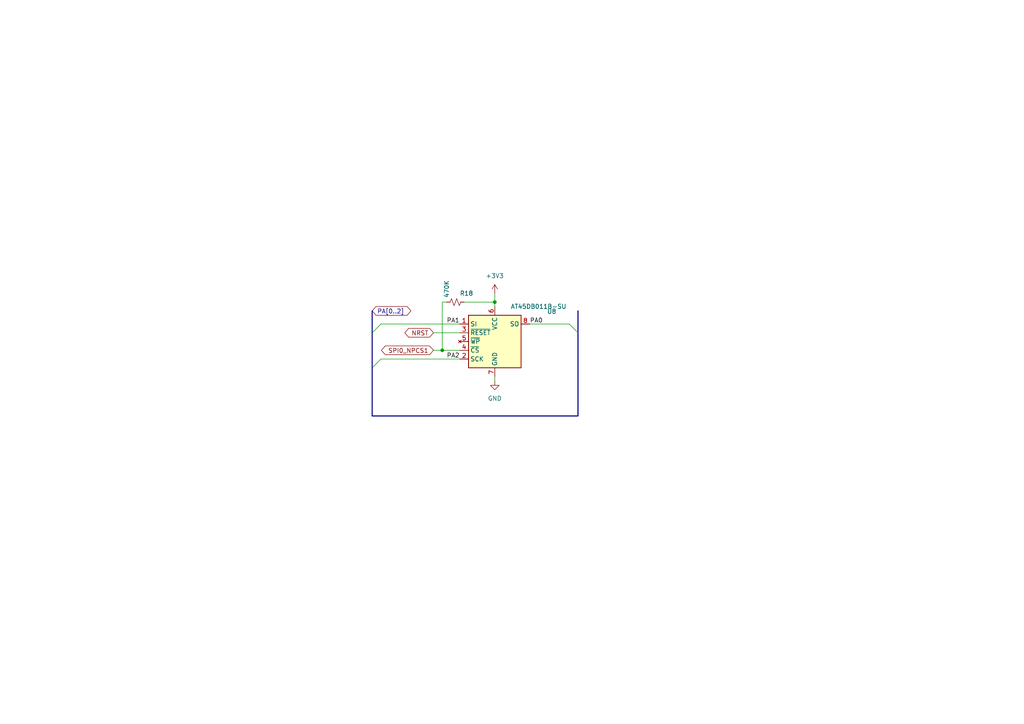
<source format=kicad_sch>
(kicad_sch (version 20230121) (generator eeschema)
  (paper "A4")
  (lib_symbols
    (symbol "Device:R_Small_US" (pin_numbers hide) (pin_names (offset 0.254) hide)
      (property "Reference" "R" (at 0.762 0.508 0))
      (property "Value" "R_Small_US" (at 0.762 -1.016 0))
      (symbol "R_Small_US_1_1"
        (polyline (pts (xy 0 0) (xy 1.016 -0.381) (xy 0 -0.762) (xy -1.016 -1.143) (xy 0 -1.524)))
        (polyline (pts (xy 0 1.524) (xy 1.016 1.143) (xy 0 0.762) (xy -1.016 0.381) (xy 0 0)))
        (pin passive line (at 0 2.54 270) (length 1.016) (name "~") (number "1"))
        (pin passive line (at 0 -2.54 90) (length 1.016) (name "~") (number "2"))
      )
    )
    (symbol "GhazanCustom:AT45DB011B"
      (property "Reference" "U8" (at 16.51 8.7279 0))
      (property "Value" "AT45DB011B-SU" (at 12.7 10.16 0))
      (symbol "AT45DB011B_1_1"
        (rectangle (start -7.62 7.62) (end 7.62 -7.62) (stroke (width 0.254)) (fill (type background)))
        (pin input line (at -10.16 5.08 0) (length 2.54) (name "SI") (number "1"))
        (pin input line (at -10.16 -5.08 0) (length 2.54) (name "SCK") (number "2"))
        (pin bidirectional line (at -10.16 2.54 0) (length 2.54) (name "~{RESET}") (number "3"))
        (pin input line (at -10.16 -2.54 0) (length 2.54) (name "~{CS}") (number "4"))
        (pin no_connect line (at -10.16 0 0) (length 2.54) (name "~{WP}") (number "5"))
        (pin power_in line (at 0 10.16 270) (length 2.54) (name "VCC") (number "6"))
        (pin power_in line (at 0 -10.16 90) (length 2.54) (name "GND") (number "7"))
        (pin output line (at 10.16 5.08 180) (length 2.54) (name "SO") (number "8"))
      )
    )
    (symbol "power:+3V3" (power) (pin_names (offset 0))
      (property "Value" "+3V3" (at 0 3.556 0))
      (symbol "+3V3_0_1"
        (polyline (pts (xy -0.762 1.27) (xy 0 2.54)))
        (polyline (pts (xy 0 0) (xy 0 2.54)))
        (polyline (pts (xy 0 2.54) (xy 0.762 1.27)))
      )
      (symbol "+3V3_1_1"
        (pin power_in line (at 0 0 90) (length 0) hide (name "+3V3") (number "1"))
      )
    )
    (symbol "power:GND" (power) (pin_names (offset 0))
      (property "Value" "GND" (at 0 -3.81 0))
      (symbol "GND_0_1"
        (polyline (pts (xy 0 0) (xy 0 -1.27) (xy 1.27 -1.27) (xy 0 -2.54) (xy -1.27 -1.27) (xy 0 -1.27)))
      )
      (symbol "GND_1_1"
        (pin power_in line (at 0 0 270) (length 0) hide (name "GND") (number "1"))
      )
    )
  )
  (junction (at 128.27 101.6))
  (junction (at 143.51 87.63))
  (bus_entry (at 107.95 106.68) (size 2.54 -2.54))
  (bus_entry (at 167.64 96.52) (size -2.54 -2.54))
  (bus_entry (at 107.95 96.52) (size 2.54 -2.54))
  (wire (pts (xy 125.73 101.6) (xy 128.27 101.6)))
  (bus (pts (xy 167.64 90.17) (xy 167.64 96.52)))
  (wire (pts (xy 143.51 109.22) (xy 143.51 110.49)))
  (wire (pts (xy 143.51 87.63) (xy 143.51 88.9)))
  (bus (pts (xy 107.95 96.52) (xy 107.95 106.68)))
  (wire (pts (xy 110.49 104.14) (xy 133.35 104.14)))
  (wire (pts (xy 129.54 87.63) (xy 128.27 87.63)))
  (bus (pts (xy 107.95 120.65) (xy 167.64 120.65)))
  (wire (pts (xy 143.51 85.09) (xy 143.51 87.63)))
  (wire (pts (xy 110.49 93.98) (xy 133.35 93.98)))
  (wire (pts (xy 128.27 87.63) (xy 128.27 101.6)))
  (wire (pts (xy 153.67 93.98) (xy 165.1 93.98)))
  (wire (pts (xy 134.62 87.63) (xy 143.51 87.63)))
  (bus (pts (xy 167.64 96.52) (xy 167.64 120.65)))
  (wire (pts (xy 125.73 96.52) (xy 133.35 96.52)))
  (wire (pts (xy 128.27 101.6) (xy 133.35 101.6)))
  (bus (pts (xy 107.95 90.17) (xy 107.95 96.52)))
  (bus (pts (xy 107.95 106.68) (xy 107.95 120.65)))
  (label "PA2" (at 129.54 104.14 0))
  (label "PA1" (at 129.54 93.98 0))
  (label "PA0" (at 153.67 93.98 0))
  (global_label "SPI0_NPCS1" (shape bidirectional) (at 125.73 101.6 180) (property "Intersheetrefs" "${INTERSHEET_REFS}" (effects hide)))
  (global_label "NRST" (shape bidirectional) (at 125.73 96.52 180) (property "Intersheetrefs" "${INTERSHEET_REFS}" (effects hide)))
  (global_label "PA[0..2]" (shape bidirectional) (at 107.95 90.17 0) (property "Intersheetrefs" "${INTERSHEET_REFS}" (effects hide)))
  (symbol (lib_id "power:+3V3") (at 143.51 85.09 0) (unit 1)
    (property "Reference" "#PWR034" (effects hide))
    (property "Value" "+3V3" (at 143.51 80.01 0))
  )
  (symbol (lib_id "Device:R_Small_US") (at 132.08 87.63 270) (unit 1)
    (property "Reference" "R18" (at 133.35 85.09 90) (effects (justify left)))
    (property "Value" "470K" (at 129.54 81.28 0) (effects (justify left)))
    (property "Footprint" "Resistor_SMD:R_0805_2012Metric" (effects hide))
  )
  (symbol (lib_id "power:GND") (at 143.51 110.49 0) (unit 1)
    (property "Reference" "#PWR035" (effects hide))
    (property "Value" "GND" (at 143.51 115.57 0))
  )
  (symbol (lib_id "GhazanCustom:AT45DB011B") (at 143.51 99.06 0) (unit 1)
    (property "Reference" "U8" (at 160.02 90.3321 0))
    (property "Value" "AT45DB011B-SU" (at 156.21 88.9 0))
    (property "Footprint" "Package_SO:SOIC-8_5.275x5.275mm_P1.27mm" (effects hide))
  )
)
</source>
